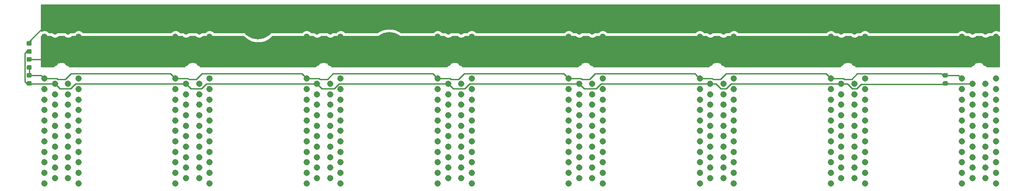
<source format=gbr>
G04 #@! TF.GenerationSoftware,KiCad,Pcbnew,5.1.5*
G04 #@! TF.CreationDate,2020-04-28T21:46:35+02:00*
G04 #@! TF.ProjectId,backplane,6261636b-706c-4616-9e65-2e6b69636164,rev?*
G04 #@! TF.SameCoordinates,Original*
G04 #@! TF.FileFunction,Copper,L1,Top*
G04 #@! TF.FilePolarity,Positive*
%FSLAX46Y46*%
G04 Gerber Fmt 4.6, Leading zero omitted, Abs format (unit mm)*
G04 Created by KiCad (PCBNEW 5.1.5) date 2020-04-28 21:46:35*
%MOMM*%
%LPD*%
G04 APERTURE LIST*
%ADD10C,0.800000*%
%ADD11C,6.400000*%
%ADD12C,1.208000*%
%ADD13R,1.208000X1.208000*%
%ADD14C,0.100000*%
%ADD15C,0.250000*%
%ADD16C,0.254000*%
G04 APERTURE END LIST*
D10*
X99197056Y-40802944D03*
X97500000Y-40100000D03*
X95802944Y-40802944D03*
X95100000Y-42500000D03*
X95802944Y-44197056D03*
X97500000Y-44900000D03*
X99197056Y-44197056D03*
X99900000Y-42500000D03*
D11*
X97500000Y-42500000D03*
X122500000Y-47500000D03*
D10*
X124900000Y-47500000D03*
X124197056Y-49197056D03*
X122500000Y-49900000D03*
X120802944Y-49197056D03*
X120100000Y-47500000D03*
X120802944Y-45802944D03*
X122500000Y-45100000D03*
X124197056Y-45802944D03*
D12*
X58750000Y-72200000D03*
X56750000Y-71200000D03*
X58750000Y-70200000D03*
X56750000Y-69200000D03*
X58750000Y-68200000D03*
X56750000Y-67200000D03*
X58750000Y-66200000D03*
X56750000Y-65200000D03*
X58750000Y-64200000D03*
X56750000Y-63200000D03*
X58750000Y-62200000D03*
X56750000Y-61200000D03*
X58750000Y-60200000D03*
X56750000Y-59200000D03*
X58750000Y-58200000D03*
X56750000Y-57200000D03*
X58750000Y-56200000D03*
X56750000Y-55200000D03*
X58750000Y-54200000D03*
X58750000Y-50200000D03*
X56750000Y-49200000D03*
X58750000Y-48200000D03*
X56750000Y-47200000D03*
X58750000Y-46200000D03*
X56750000Y-45200000D03*
X58750000Y-44200000D03*
X56750000Y-43200000D03*
X58750000Y-42200000D03*
X61250000Y-72200000D03*
X63250000Y-71200000D03*
X61250000Y-70200000D03*
X63250000Y-69200000D03*
X61250000Y-68200000D03*
X63250000Y-67200000D03*
X61250000Y-66200000D03*
X63250000Y-65200000D03*
X61250000Y-64200000D03*
X63250000Y-63200000D03*
X61250000Y-62200000D03*
X63250000Y-61200000D03*
X61250000Y-60200000D03*
X63250000Y-59200000D03*
X61250000Y-58200000D03*
X63250000Y-57200000D03*
X61250000Y-56200000D03*
X63250000Y-55200000D03*
X61250000Y-50200000D03*
X63250000Y-49200000D03*
X61250000Y-48200000D03*
X63250000Y-47200000D03*
X61250000Y-46200000D03*
X63250000Y-45200000D03*
X61250000Y-44200000D03*
X63250000Y-43200000D03*
X61250000Y-42200000D03*
X63250000Y-41200000D03*
X56750000Y-41200000D03*
X58750000Y-40200000D03*
D13*
X61250000Y-40200000D03*
D12*
X56750000Y-73200000D03*
X56750000Y-53200000D03*
X61250000Y-54200000D03*
X63250000Y-53200000D03*
X63250000Y-73200000D03*
X88250000Y-73200000D03*
X88250000Y-53200000D03*
X86250000Y-54200000D03*
X81750000Y-53200000D03*
X81750000Y-73200000D03*
D13*
X86250000Y-40200000D03*
D12*
X83750000Y-40200000D03*
X81750000Y-41200000D03*
X88250000Y-41200000D03*
X86250000Y-42200000D03*
X88250000Y-43200000D03*
X86250000Y-44200000D03*
X88250000Y-45200000D03*
X86250000Y-46200000D03*
X88250000Y-47200000D03*
X86250000Y-48200000D03*
X88250000Y-49200000D03*
X86250000Y-50200000D03*
X88250000Y-55200000D03*
X86250000Y-56200000D03*
X88250000Y-57200000D03*
X86250000Y-58200000D03*
X88250000Y-59200000D03*
X86250000Y-60200000D03*
X88250000Y-61200000D03*
X86250000Y-62200000D03*
X88250000Y-63200000D03*
X86250000Y-64200000D03*
X88250000Y-65200000D03*
X86250000Y-66200000D03*
X88250000Y-67200000D03*
X86250000Y-68200000D03*
X88250000Y-69200000D03*
X86250000Y-70200000D03*
X88250000Y-71200000D03*
X86250000Y-72200000D03*
X83750000Y-42200000D03*
X81750000Y-43200000D03*
X83750000Y-44200000D03*
X81750000Y-45200000D03*
X83750000Y-46200000D03*
X81750000Y-47200000D03*
X83750000Y-48200000D03*
X81750000Y-49200000D03*
X83750000Y-50200000D03*
X83750000Y-54200000D03*
X81750000Y-55200000D03*
X83750000Y-56200000D03*
X81750000Y-57200000D03*
X83750000Y-58200000D03*
X81750000Y-59200000D03*
X83750000Y-60200000D03*
X81750000Y-61200000D03*
X83750000Y-62200000D03*
X81750000Y-63200000D03*
X83750000Y-64200000D03*
X81750000Y-65200000D03*
X83750000Y-66200000D03*
X81750000Y-67200000D03*
X83750000Y-68200000D03*
X81750000Y-69200000D03*
X83750000Y-70200000D03*
X81750000Y-71200000D03*
X83750000Y-72200000D03*
X108750000Y-72200000D03*
X106750000Y-71200000D03*
X108750000Y-70200000D03*
X106750000Y-69200000D03*
X108750000Y-68200000D03*
X106750000Y-67200000D03*
X108750000Y-66200000D03*
X106750000Y-65200000D03*
X108750000Y-64200000D03*
X106750000Y-63200000D03*
X108750000Y-62200000D03*
X106750000Y-61200000D03*
X108750000Y-60200000D03*
X106750000Y-59200000D03*
X108750000Y-58200000D03*
X106750000Y-57200000D03*
X108750000Y-56200000D03*
X106750000Y-55200000D03*
X108750000Y-54200000D03*
X108750000Y-50200000D03*
X106750000Y-49200000D03*
X108750000Y-48200000D03*
X106750000Y-47200000D03*
X108750000Y-46200000D03*
X106750000Y-45200000D03*
X108750000Y-44200000D03*
X106750000Y-43200000D03*
X108750000Y-42200000D03*
X111250000Y-72200000D03*
X113250000Y-71200000D03*
X111250000Y-70200000D03*
X113250000Y-69200000D03*
X111250000Y-68200000D03*
X113250000Y-67200000D03*
X111250000Y-66200000D03*
X113250000Y-65200000D03*
X111250000Y-64200000D03*
X113250000Y-63200000D03*
X111250000Y-62200000D03*
X113250000Y-61200000D03*
X111250000Y-60200000D03*
X113250000Y-59200000D03*
X111250000Y-58200000D03*
X113250000Y-57200000D03*
X111250000Y-56200000D03*
X113250000Y-55200000D03*
X111250000Y-50200000D03*
X113250000Y-49200000D03*
X111250000Y-48200000D03*
X113250000Y-47200000D03*
X111250000Y-46200000D03*
X113250000Y-45200000D03*
X111250000Y-44200000D03*
X113250000Y-43200000D03*
X111250000Y-42200000D03*
X113250000Y-41200000D03*
X106750000Y-41200000D03*
X108750000Y-40200000D03*
D13*
X111250000Y-40200000D03*
D12*
X106750000Y-73200000D03*
X106750000Y-53200000D03*
X111250000Y-54200000D03*
X113250000Y-53200000D03*
X113250000Y-73200000D03*
X138250000Y-73200000D03*
X138250000Y-53200000D03*
X136250000Y-54200000D03*
X131750000Y-53200000D03*
X131750000Y-73200000D03*
D13*
X136250000Y-40200000D03*
D12*
X133750000Y-40200000D03*
X131750000Y-41200000D03*
X138250000Y-41200000D03*
X136250000Y-42200000D03*
X138250000Y-43200000D03*
X136250000Y-44200000D03*
X138250000Y-45200000D03*
X136250000Y-46200000D03*
X138250000Y-47200000D03*
X136250000Y-48200000D03*
X138250000Y-49200000D03*
X136250000Y-50200000D03*
X138250000Y-55200000D03*
X136250000Y-56200000D03*
X138250000Y-57200000D03*
X136250000Y-58200000D03*
X138250000Y-59200000D03*
X136250000Y-60200000D03*
X138250000Y-61200000D03*
X136250000Y-62200000D03*
X138250000Y-63200000D03*
X136250000Y-64200000D03*
X138250000Y-65200000D03*
X136250000Y-66200000D03*
X138250000Y-67200000D03*
X136250000Y-68200000D03*
X138250000Y-69200000D03*
X136250000Y-70200000D03*
X138250000Y-71200000D03*
X136250000Y-72200000D03*
X133750000Y-42200000D03*
X131750000Y-43200000D03*
X133750000Y-44200000D03*
X131750000Y-45200000D03*
X133750000Y-46200000D03*
X131750000Y-47200000D03*
X133750000Y-48200000D03*
X131750000Y-49200000D03*
X133750000Y-50200000D03*
X133750000Y-54200000D03*
X131750000Y-55200000D03*
X133750000Y-56200000D03*
X131750000Y-57200000D03*
X133750000Y-58200000D03*
X131750000Y-59200000D03*
X133750000Y-60200000D03*
X131750000Y-61200000D03*
X133750000Y-62200000D03*
X131750000Y-63200000D03*
X133750000Y-64200000D03*
X131750000Y-65200000D03*
X133750000Y-66200000D03*
X131750000Y-67200000D03*
X133750000Y-68200000D03*
X131750000Y-69200000D03*
X133750000Y-70200000D03*
X131750000Y-71200000D03*
X133750000Y-72200000D03*
X158750000Y-72200000D03*
X156750000Y-71200000D03*
X158750000Y-70200000D03*
X156750000Y-69200000D03*
X158750000Y-68200000D03*
X156750000Y-67200000D03*
X158750000Y-66200000D03*
X156750000Y-65200000D03*
X158750000Y-64200000D03*
X156750000Y-63200000D03*
X158750000Y-62200000D03*
X156750000Y-61200000D03*
X158750000Y-60200000D03*
X156750000Y-59200000D03*
X158750000Y-58200000D03*
X156750000Y-57200000D03*
X158750000Y-56200000D03*
X156750000Y-55200000D03*
X158750000Y-54200000D03*
X158750000Y-50200000D03*
X156750000Y-49200000D03*
X158750000Y-48200000D03*
X156750000Y-47200000D03*
X158750000Y-46200000D03*
X156750000Y-45200000D03*
X158750000Y-44200000D03*
X156750000Y-43200000D03*
X158750000Y-42200000D03*
X161250000Y-72200000D03*
X163250000Y-71200000D03*
X161250000Y-70200000D03*
X163250000Y-69200000D03*
X161250000Y-68200000D03*
X163250000Y-67200000D03*
X161250000Y-66200000D03*
X163250000Y-65200000D03*
X161250000Y-64200000D03*
X163250000Y-63200000D03*
X161250000Y-62200000D03*
X163250000Y-61200000D03*
X161250000Y-60200000D03*
X163250000Y-59200000D03*
X161250000Y-58200000D03*
X163250000Y-57200000D03*
X161250000Y-56200000D03*
X163250000Y-55200000D03*
X161250000Y-50200000D03*
X163250000Y-49200000D03*
X161250000Y-48200000D03*
X163250000Y-47200000D03*
X161250000Y-46200000D03*
X163250000Y-45200000D03*
X161250000Y-44200000D03*
X163250000Y-43200000D03*
X161250000Y-42200000D03*
X163250000Y-41200000D03*
X156750000Y-41200000D03*
X158750000Y-40200000D03*
D13*
X161250000Y-40200000D03*
D12*
X156750000Y-73200000D03*
X156750000Y-53200000D03*
X161250000Y-54200000D03*
X163250000Y-53200000D03*
X163250000Y-73200000D03*
X188250000Y-73200000D03*
X188250000Y-53200000D03*
X186250000Y-54200000D03*
X181750000Y-53200000D03*
X181750000Y-73200000D03*
D13*
X186250000Y-40200000D03*
D12*
X183750000Y-40200000D03*
X181750000Y-41200000D03*
X188250000Y-41200000D03*
X186250000Y-42200000D03*
X188250000Y-43200000D03*
X186250000Y-44200000D03*
X188250000Y-45200000D03*
X186250000Y-46200000D03*
X188250000Y-47200000D03*
X186250000Y-48200000D03*
X188250000Y-49200000D03*
X186250000Y-50200000D03*
X188250000Y-55200000D03*
X186250000Y-56200000D03*
X188250000Y-57200000D03*
X186250000Y-58200000D03*
X188250000Y-59200000D03*
X186250000Y-60200000D03*
X188250000Y-61200000D03*
X186250000Y-62200000D03*
X188250000Y-63200000D03*
X186250000Y-64200000D03*
X188250000Y-65200000D03*
X186250000Y-66200000D03*
X188250000Y-67200000D03*
X186250000Y-68200000D03*
X188250000Y-69200000D03*
X186250000Y-70200000D03*
X188250000Y-71200000D03*
X186250000Y-72200000D03*
X183750000Y-42200000D03*
X181750000Y-43200000D03*
X183750000Y-44200000D03*
X181750000Y-45200000D03*
X183750000Y-46200000D03*
X181750000Y-47200000D03*
X183750000Y-48200000D03*
X181750000Y-49200000D03*
X183750000Y-50200000D03*
X183750000Y-54200000D03*
X181750000Y-55200000D03*
X183750000Y-56200000D03*
X181750000Y-57200000D03*
X183750000Y-58200000D03*
X181750000Y-59200000D03*
X183750000Y-60200000D03*
X181750000Y-61200000D03*
X183750000Y-62200000D03*
X181750000Y-63200000D03*
X183750000Y-64200000D03*
X181750000Y-65200000D03*
X183750000Y-66200000D03*
X181750000Y-67200000D03*
X183750000Y-68200000D03*
X181750000Y-69200000D03*
X183750000Y-70200000D03*
X181750000Y-71200000D03*
X183750000Y-72200000D03*
X208750000Y-72200000D03*
X206750000Y-71200000D03*
X208750000Y-70200000D03*
X206750000Y-69200000D03*
X208750000Y-68200000D03*
X206750000Y-67200000D03*
X208750000Y-66200000D03*
X206750000Y-65200000D03*
X208750000Y-64200000D03*
X206750000Y-63200000D03*
X208750000Y-62200000D03*
X206750000Y-61200000D03*
X208750000Y-60200000D03*
X206750000Y-59200000D03*
X208750000Y-58200000D03*
X206750000Y-57200000D03*
X208750000Y-56200000D03*
X206750000Y-55200000D03*
X208750000Y-54200000D03*
X208750000Y-50200000D03*
X206750000Y-49200000D03*
X208750000Y-48200000D03*
X206750000Y-47200000D03*
X208750000Y-46200000D03*
X206750000Y-45200000D03*
X208750000Y-44200000D03*
X206750000Y-43200000D03*
X208750000Y-42200000D03*
X211250000Y-72200000D03*
X213250000Y-71200000D03*
X211250000Y-70200000D03*
X213250000Y-69200000D03*
X211250000Y-68200000D03*
X213250000Y-67200000D03*
X211250000Y-66200000D03*
X213250000Y-65200000D03*
X211250000Y-64200000D03*
X213250000Y-63200000D03*
X211250000Y-62200000D03*
X213250000Y-61200000D03*
X211250000Y-60200000D03*
X213250000Y-59200000D03*
X211250000Y-58200000D03*
X213250000Y-57200000D03*
X211250000Y-56200000D03*
X213250000Y-55200000D03*
X211250000Y-50200000D03*
X213250000Y-49200000D03*
X211250000Y-48200000D03*
X213250000Y-47200000D03*
X211250000Y-46200000D03*
X213250000Y-45200000D03*
X211250000Y-44200000D03*
X213250000Y-43200000D03*
X211250000Y-42200000D03*
X213250000Y-41200000D03*
X206750000Y-41200000D03*
X208750000Y-40200000D03*
D13*
X211250000Y-40200000D03*
D12*
X206750000Y-73200000D03*
X206750000Y-53200000D03*
X211250000Y-54200000D03*
X213250000Y-53200000D03*
X213250000Y-73200000D03*
X238250000Y-73200000D03*
X238250000Y-53200000D03*
X236250000Y-54200000D03*
X231750000Y-53200000D03*
X231750000Y-73200000D03*
D13*
X236250000Y-40200000D03*
D12*
X233750000Y-40200000D03*
X231750000Y-41200000D03*
X238250000Y-41200000D03*
X236250000Y-42200000D03*
X238250000Y-43200000D03*
X236250000Y-44200000D03*
X238250000Y-45200000D03*
X236250000Y-46200000D03*
X238250000Y-47200000D03*
X236250000Y-48200000D03*
X238250000Y-49200000D03*
X236250000Y-50200000D03*
X238250000Y-55200000D03*
X236250000Y-56200000D03*
X238250000Y-57200000D03*
X236250000Y-58200000D03*
X238250000Y-59200000D03*
X236250000Y-60200000D03*
X238250000Y-61200000D03*
X236250000Y-62200000D03*
X238250000Y-63200000D03*
X236250000Y-64200000D03*
X238250000Y-65200000D03*
X236250000Y-66200000D03*
X238250000Y-67200000D03*
X236250000Y-68200000D03*
X238250000Y-69200000D03*
X236250000Y-70200000D03*
X238250000Y-71200000D03*
X236250000Y-72200000D03*
X233750000Y-42200000D03*
X231750000Y-43200000D03*
X233750000Y-44200000D03*
X231750000Y-45200000D03*
X233750000Y-46200000D03*
X231750000Y-47200000D03*
X233750000Y-48200000D03*
X231750000Y-49200000D03*
X233750000Y-50200000D03*
X233750000Y-54200000D03*
X231750000Y-55200000D03*
X233750000Y-56200000D03*
X231750000Y-57200000D03*
X233750000Y-58200000D03*
X231750000Y-59200000D03*
X233750000Y-60200000D03*
X231750000Y-61200000D03*
X233750000Y-62200000D03*
X231750000Y-63200000D03*
X233750000Y-64200000D03*
X231750000Y-65200000D03*
X233750000Y-66200000D03*
X231750000Y-67200000D03*
X233750000Y-68200000D03*
X231750000Y-69200000D03*
X233750000Y-70200000D03*
X231750000Y-71200000D03*
X233750000Y-72200000D03*
G04 #@! TA.AperFunction,SMDPad,CuDef*
D14*
G36*
X54125691Y-46020053D02*
G01*
X54146926Y-46023203D01*
X54167750Y-46028419D01*
X54187962Y-46035651D01*
X54207368Y-46044830D01*
X54225781Y-46055866D01*
X54243024Y-46068654D01*
X54258930Y-46083070D01*
X54273346Y-46098976D01*
X54286134Y-46116219D01*
X54297170Y-46134632D01*
X54306349Y-46154038D01*
X54313581Y-46174250D01*
X54318797Y-46195074D01*
X54321947Y-46216309D01*
X54323000Y-46237750D01*
X54323000Y-46675250D01*
X54321947Y-46696691D01*
X54318797Y-46717926D01*
X54313581Y-46738750D01*
X54306349Y-46758962D01*
X54297170Y-46778368D01*
X54286134Y-46796781D01*
X54273346Y-46814024D01*
X54258930Y-46829930D01*
X54243024Y-46844346D01*
X54225781Y-46857134D01*
X54207368Y-46868170D01*
X54187962Y-46877349D01*
X54167750Y-46884581D01*
X54146926Y-46889797D01*
X54125691Y-46892947D01*
X54104250Y-46894000D01*
X53591750Y-46894000D01*
X53570309Y-46892947D01*
X53549074Y-46889797D01*
X53528250Y-46884581D01*
X53508038Y-46877349D01*
X53488632Y-46868170D01*
X53470219Y-46857134D01*
X53452976Y-46844346D01*
X53437070Y-46829930D01*
X53422654Y-46814024D01*
X53409866Y-46796781D01*
X53398830Y-46778368D01*
X53389651Y-46758962D01*
X53382419Y-46738750D01*
X53377203Y-46717926D01*
X53374053Y-46696691D01*
X53373000Y-46675250D01*
X53373000Y-46237750D01*
X53374053Y-46216309D01*
X53377203Y-46195074D01*
X53382419Y-46174250D01*
X53389651Y-46154038D01*
X53398830Y-46134632D01*
X53409866Y-46116219D01*
X53422654Y-46098976D01*
X53437070Y-46083070D01*
X53452976Y-46068654D01*
X53470219Y-46055866D01*
X53488632Y-46044830D01*
X53508038Y-46035651D01*
X53528250Y-46028419D01*
X53549074Y-46023203D01*
X53570309Y-46020053D01*
X53591750Y-46019000D01*
X54104250Y-46019000D01*
X54125691Y-46020053D01*
G37*
G04 #@! TD.AperFunction*
G04 #@! TA.AperFunction,SMDPad,CuDef*
G36*
X54125691Y-47595053D02*
G01*
X54146926Y-47598203D01*
X54167750Y-47603419D01*
X54187962Y-47610651D01*
X54207368Y-47619830D01*
X54225781Y-47630866D01*
X54243024Y-47643654D01*
X54258930Y-47658070D01*
X54273346Y-47673976D01*
X54286134Y-47691219D01*
X54297170Y-47709632D01*
X54306349Y-47729038D01*
X54313581Y-47749250D01*
X54318797Y-47770074D01*
X54321947Y-47791309D01*
X54323000Y-47812750D01*
X54323000Y-48250250D01*
X54321947Y-48271691D01*
X54318797Y-48292926D01*
X54313581Y-48313750D01*
X54306349Y-48333962D01*
X54297170Y-48353368D01*
X54286134Y-48371781D01*
X54273346Y-48389024D01*
X54258930Y-48404930D01*
X54243024Y-48419346D01*
X54225781Y-48432134D01*
X54207368Y-48443170D01*
X54187962Y-48452349D01*
X54167750Y-48459581D01*
X54146926Y-48464797D01*
X54125691Y-48467947D01*
X54104250Y-48469000D01*
X53591750Y-48469000D01*
X53570309Y-48467947D01*
X53549074Y-48464797D01*
X53528250Y-48459581D01*
X53508038Y-48452349D01*
X53488632Y-48443170D01*
X53470219Y-48432134D01*
X53452976Y-48419346D01*
X53437070Y-48404930D01*
X53422654Y-48389024D01*
X53409866Y-48371781D01*
X53398830Y-48353368D01*
X53389651Y-48333962D01*
X53382419Y-48313750D01*
X53377203Y-48292926D01*
X53374053Y-48271691D01*
X53373000Y-48250250D01*
X53373000Y-47812750D01*
X53374053Y-47791309D01*
X53377203Y-47770074D01*
X53382419Y-47749250D01*
X53389651Y-47729038D01*
X53398830Y-47709632D01*
X53409866Y-47691219D01*
X53422654Y-47673976D01*
X53437070Y-47658070D01*
X53452976Y-47643654D01*
X53470219Y-47630866D01*
X53488632Y-47619830D01*
X53508038Y-47610651D01*
X53528250Y-47603419D01*
X53549074Y-47598203D01*
X53570309Y-47595053D01*
X53591750Y-47594000D01*
X54104250Y-47594000D01*
X54125691Y-47595053D01*
G37*
G04 #@! TD.AperFunction*
G04 #@! TA.AperFunction,SMDPad,CuDef*
G36*
X54125691Y-52116053D02*
G01*
X54146926Y-52119203D01*
X54167750Y-52124419D01*
X54187962Y-52131651D01*
X54207368Y-52140830D01*
X54225781Y-52151866D01*
X54243024Y-52164654D01*
X54258930Y-52179070D01*
X54273346Y-52194976D01*
X54286134Y-52212219D01*
X54297170Y-52230632D01*
X54306349Y-52250038D01*
X54313581Y-52270250D01*
X54318797Y-52291074D01*
X54321947Y-52312309D01*
X54323000Y-52333750D01*
X54323000Y-52771250D01*
X54321947Y-52792691D01*
X54318797Y-52813926D01*
X54313581Y-52834750D01*
X54306349Y-52854962D01*
X54297170Y-52874368D01*
X54286134Y-52892781D01*
X54273346Y-52910024D01*
X54258930Y-52925930D01*
X54243024Y-52940346D01*
X54225781Y-52953134D01*
X54207368Y-52964170D01*
X54187962Y-52973349D01*
X54167750Y-52980581D01*
X54146926Y-52985797D01*
X54125691Y-52988947D01*
X54104250Y-52990000D01*
X53591750Y-52990000D01*
X53570309Y-52988947D01*
X53549074Y-52985797D01*
X53528250Y-52980581D01*
X53508038Y-52973349D01*
X53488632Y-52964170D01*
X53470219Y-52953134D01*
X53452976Y-52940346D01*
X53437070Y-52925930D01*
X53422654Y-52910024D01*
X53409866Y-52892781D01*
X53398830Y-52874368D01*
X53389651Y-52854962D01*
X53382419Y-52834750D01*
X53377203Y-52813926D01*
X53374053Y-52792691D01*
X53373000Y-52771250D01*
X53373000Y-52333750D01*
X53374053Y-52312309D01*
X53377203Y-52291074D01*
X53382419Y-52270250D01*
X53389651Y-52250038D01*
X53398830Y-52230632D01*
X53409866Y-52212219D01*
X53422654Y-52194976D01*
X53437070Y-52179070D01*
X53452976Y-52164654D01*
X53470219Y-52151866D01*
X53488632Y-52140830D01*
X53508038Y-52131651D01*
X53528250Y-52124419D01*
X53549074Y-52119203D01*
X53570309Y-52116053D01*
X53591750Y-52115000D01*
X54104250Y-52115000D01*
X54125691Y-52116053D01*
G37*
G04 #@! TD.AperFunction*
G04 #@! TA.AperFunction,SMDPad,CuDef*
G36*
X54125691Y-53691053D02*
G01*
X54146926Y-53694203D01*
X54167750Y-53699419D01*
X54187962Y-53706651D01*
X54207368Y-53715830D01*
X54225781Y-53726866D01*
X54243024Y-53739654D01*
X54258930Y-53754070D01*
X54273346Y-53769976D01*
X54286134Y-53787219D01*
X54297170Y-53805632D01*
X54306349Y-53825038D01*
X54313581Y-53845250D01*
X54318797Y-53866074D01*
X54321947Y-53887309D01*
X54323000Y-53908750D01*
X54323000Y-54346250D01*
X54321947Y-54367691D01*
X54318797Y-54388926D01*
X54313581Y-54409750D01*
X54306349Y-54429962D01*
X54297170Y-54449368D01*
X54286134Y-54467781D01*
X54273346Y-54485024D01*
X54258930Y-54500930D01*
X54243024Y-54515346D01*
X54225781Y-54528134D01*
X54207368Y-54539170D01*
X54187962Y-54548349D01*
X54167750Y-54555581D01*
X54146926Y-54560797D01*
X54125691Y-54563947D01*
X54104250Y-54565000D01*
X53591750Y-54565000D01*
X53570309Y-54563947D01*
X53549074Y-54560797D01*
X53528250Y-54555581D01*
X53508038Y-54548349D01*
X53488632Y-54539170D01*
X53470219Y-54528134D01*
X53452976Y-54515346D01*
X53437070Y-54500930D01*
X53422654Y-54485024D01*
X53409866Y-54467781D01*
X53398830Y-54449368D01*
X53389651Y-54429962D01*
X53382419Y-54409750D01*
X53377203Y-54388926D01*
X53374053Y-54367691D01*
X53373000Y-54346250D01*
X53373000Y-53908750D01*
X53374053Y-53887309D01*
X53377203Y-53866074D01*
X53382419Y-53845250D01*
X53389651Y-53825038D01*
X53398830Y-53805632D01*
X53409866Y-53787219D01*
X53422654Y-53769976D01*
X53437070Y-53754070D01*
X53452976Y-53739654D01*
X53470219Y-53726866D01*
X53488632Y-53715830D01*
X53508038Y-53706651D01*
X53528250Y-53699419D01*
X53549074Y-53694203D01*
X53570309Y-53691053D01*
X53591750Y-53690000D01*
X54104250Y-53690000D01*
X54125691Y-53691053D01*
G37*
G04 #@! TD.AperFunction*
G04 #@! TA.AperFunction,SMDPad,CuDef*
G36*
X54125691Y-50643053D02*
G01*
X54146926Y-50646203D01*
X54167750Y-50651419D01*
X54187962Y-50658651D01*
X54207368Y-50667830D01*
X54225781Y-50678866D01*
X54243024Y-50691654D01*
X54258930Y-50706070D01*
X54273346Y-50721976D01*
X54286134Y-50739219D01*
X54297170Y-50757632D01*
X54306349Y-50777038D01*
X54313581Y-50797250D01*
X54318797Y-50818074D01*
X54321947Y-50839309D01*
X54323000Y-50860750D01*
X54323000Y-51298250D01*
X54321947Y-51319691D01*
X54318797Y-51340926D01*
X54313581Y-51361750D01*
X54306349Y-51381962D01*
X54297170Y-51401368D01*
X54286134Y-51419781D01*
X54273346Y-51437024D01*
X54258930Y-51452930D01*
X54243024Y-51467346D01*
X54225781Y-51480134D01*
X54207368Y-51491170D01*
X54187962Y-51500349D01*
X54167750Y-51507581D01*
X54146926Y-51512797D01*
X54125691Y-51515947D01*
X54104250Y-51517000D01*
X53591750Y-51517000D01*
X53570309Y-51515947D01*
X53549074Y-51512797D01*
X53528250Y-51507581D01*
X53508038Y-51500349D01*
X53488632Y-51491170D01*
X53470219Y-51480134D01*
X53452976Y-51467346D01*
X53437070Y-51452930D01*
X53422654Y-51437024D01*
X53409866Y-51419781D01*
X53398830Y-51401368D01*
X53389651Y-51381962D01*
X53382419Y-51361750D01*
X53377203Y-51340926D01*
X53374053Y-51319691D01*
X53373000Y-51298250D01*
X53373000Y-50860750D01*
X53374053Y-50839309D01*
X53377203Y-50818074D01*
X53382419Y-50797250D01*
X53389651Y-50777038D01*
X53398830Y-50757632D01*
X53409866Y-50739219D01*
X53422654Y-50721976D01*
X53437070Y-50706070D01*
X53452976Y-50691654D01*
X53470219Y-50678866D01*
X53488632Y-50667830D01*
X53508038Y-50658651D01*
X53528250Y-50651419D01*
X53549074Y-50646203D01*
X53570309Y-50643053D01*
X53591750Y-50642000D01*
X54104250Y-50642000D01*
X54125691Y-50643053D01*
G37*
G04 #@! TD.AperFunction*
G04 #@! TA.AperFunction,SMDPad,CuDef*
G36*
X54125691Y-49068053D02*
G01*
X54146926Y-49071203D01*
X54167750Y-49076419D01*
X54187962Y-49083651D01*
X54207368Y-49092830D01*
X54225781Y-49103866D01*
X54243024Y-49116654D01*
X54258930Y-49131070D01*
X54273346Y-49146976D01*
X54286134Y-49164219D01*
X54297170Y-49182632D01*
X54306349Y-49202038D01*
X54313581Y-49222250D01*
X54318797Y-49243074D01*
X54321947Y-49264309D01*
X54323000Y-49285750D01*
X54323000Y-49723250D01*
X54321947Y-49744691D01*
X54318797Y-49765926D01*
X54313581Y-49786750D01*
X54306349Y-49806962D01*
X54297170Y-49826368D01*
X54286134Y-49844781D01*
X54273346Y-49862024D01*
X54258930Y-49877930D01*
X54243024Y-49892346D01*
X54225781Y-49905134D01*
X54207368Y-49916170D01*
X54187962Y-49925349D01*
X54167750Y-49932581D01*
X54146926Y-49937797D01*
X54125691Y-49940947D01*
X54104250Y-49942000D01*
X53591750Y-49942000D01*
X53570309Y-49940947D01*
X53549074Y-49937797D01*
X53528250Y-49932581D01*
X53508038Y-49925349D01*
X53488632Y-49916170D01*
X53470219Y-49905134D01*
X53452976Y-49892346D01*
X53437070Y-49877930D01*
X53422654Y-49862024D01*
X53409866Y-49844781D01*
X53398830Y-49826368D01*
X53389651Y-49806962D01*
X53382419Y-49786750D01*
X53377203Y-49765926D01*
X53374053Y-49744691D01*
X53373000Y-49723250D01*
X53373000Y-49285750D01*
X53374053Y-49264309D01*
X53377203Y-49243074D01*
X53382419Y-49222250D01*
X53389651Y-49202038D01*
X53398830Y-49182632D01*
X53409866Y-49164219D01*
X53422654Y-49146976D01*
X53437070Y-49131070D01*
X53452976Y-49116654D01*
X53470219Y-49103866D01*
X53488632Y-49092830D01*
X53508038Y-49083651D01*
X53528250Y-49076419D01*
X53549074Y-49071203D01*
X53570309Y-49068053D01*
X53591750Y-49067000D01*
X54104250Y-49067000D01*
X54125691Y-49068053D01*
G37*
G04 #@! TD.AperFunction*
G04 #@! TA.AperFunction,SMDPad,CuDef*
G36*
X228877691Y-53691053D02*
G01*
X228898926Y-53694203D01*
X228919750Y-53699419D01*
X228939962Y-53706651D01*
X228959368Y-53715830D01*
X228977781Y-53726866D01*
X228995024Y-53739654D01*
X229010930Y-53754070D01*
X229025346Y-53769976D01*
X229038134Y-53787219D01*
X229049170Y-53805632D01*
X229058349Y-53825038D01*
X229065581Y-53845250D01*
X229070797Y-53866074D01*
X229073947Y-53887309D01*
X229075000Y-53908750D01*
X229075000Y-54346250D01*
X229073947Y-54367691D01*
X229070797Y-54388926D01*
X229065581Y-54409750D01*
X229058349Y-54429962D01*
X229049170Y-54449368D01*
X229038134Y-54467781D01*
X229025346Y-54485024D01*
X229010930Y-54500930D01*
X228995024Y-54515346D01*
X228977781Y-54528134D01*
X228959368Y-54539170D01*
X228939962Y-54548349D01*
X228919750Y-54555581D01*
X228898926Y-54560797D01*
X228877691Y-54563947D01*
X228856250Y-54565000D01*
X228343750Y-54565000D01*
X228322309Y-54563947D01*
X228301074Y-54560797D01*
X228280250Y-54555581D01*
X228260038Y-54548349D01*
X228240632Y-54539170D01*
X228222219Y-54528134D01*
X228204976Y-54515346D01*
X228189070Y-54500930D01*
X228174654Y-54485024D01*
X228161866Y-54467781D01*
X228150830Y-54449368D01*
X228141651Y-54429962D01*
X228134419Y-54409750D01*
X228129203Y-54388926D01*
X228126053Y-54367691D01*
X228125000Y-54346250D01*
X228125000Y-53908750D01*
X228126053Y-53887309D01*
X228129203Y-53866074D01*
X228134419Y-53845250D01*
X228141651Y-53825038D01*
X228150830Y-53805632D01*
X228161866Y-53787219D01*
X228174654Y-53769976D01*
X228189070Y-53754070D01*
X228204976Y-53739654D01*
X228222219Y-53726866D01*
X228240632Y-53715830D01*
X228260038Y-53706651D01*
X228280250Y-53699419D01*
X228301074Y-53694203D01*
X228322309Y-53691053D01*
X228343750Y-53690000D01*
X228856250Y-53690000D01*
X228877691Y-53691053D01*
G37*
G04 #@! TD.AperFunction*
G04 #@! TA.AperFunction,SMDPad,CuDef*
G36*
X228877691Y-52116053D02*
G01*
X228898926Y-52119203D01*
X228919750Y-52124419D01*
X228939962Y-52131651D01*
X228959368Y-52140830D01*
X228977781Y-52151866D01*
X228995024Y-52164654D01*
X229010930Y-52179070D01*
X229025346Y-52194976D01*
X229038134Y-52212219D01*
X229049170Y-52230632D01*
X229058349Y-52250038D01*
X229065581Y-52270250D01*
X229070797Y-52291074D01*
X229073947Y-52312309D01*
X229075000Y-52333750D01*
X229075000Y-52771250D01*
X229073947Y-52792691D01*
X229070797Y-52813926D01*
X229065581Y-52834750D01*
X229058349Y-52854962D01*
X229049170Y-52874368D01*
X229038134Y-52892781D01*
X229025346Y-52910024D01*
X229010930Y-52925930D01*
X228995024Y-52940346D01*
X228977781Y-52953134D01*
X228959368Y-52964170D01*
X228939962Y-52973349D01*
X228919750Y-52980581D01*
X228898926Y-52985797D01*
X228877691Y-52988947D01*
X228856250Y-52990000D01*
X228343750Y-52990000D01*
X228322309Y-52988947D01*
X228301074Y-52985797D01*
X228280250Y-52980581D01*
X228260038Y-52973349D01*
X228240632Y-52964170D01*
X228222219Y-52953134D01*
X228204976Y-52940346D01*
X228189070Y-52925930D01*
X228174654Y-52910024D01*
X228161866Y-52892781D01*
X228150830Y-52874368D01*
X228141651Y-52854962D01*
X228134419Y-52834750D01*
X228129203Y-52813926D01*
X228126053Y-52792691D01*
X228125000Y-52771250D01*
X228125000Y-52333750D01*
X228126053Y-52312309D01*
X228129203Y-52291074D01*
X228134419Y-52270250D01*
X228141651Y-52250038D01*
X228150830Y-52230632D01*
X228161866Y-52212219D01*
X228174654Y-52194976D01*
X228189070Y-52179070D01*
X228204976Y-52164654D01*
X228222219Y-52151866D01*
X228240632Y-52140830D01*
X228260038Y-52131651D01*
X228280250Y-52124419D01*
X228301074Y-52119203D01*
X228322309Y-52116053D01*
X228343750Y-52115000D01*
X228856250Y-52115000D01*
X228877691Y-52116053D01*
G37*
G04 #@! TD.AperFunction*
D15*
X53848000Y-46102000D02*
X53848000Y-46456500D01*
X56750000Y-43200000D02*
X53848000Y-46102000D01*
X56445500Y-49504500D02*
X56750000Y-49200000D01*
X53848000Y-49504500D02*
X56445500Y-49504500D01*
X82895816Y-54200000D02*
X83750000Y-54200000D01*
X62640000Y-54200000D02*
X82895816Y-54200000D01*
X59679001Y-55129001D02*
X61710999Y-55129001D01*
X61710999Y-55129001D02*
X62640000Y-54200000D01*
X58750000Y-54200000D02*
X59679001Y-55129001D01*
X107895816Y-54200000D02*
X108750000Y-54200000D01*
X86695921Y-55129001D02*
X87624922Y-54200000D01*
X84679001Y-55129001D02*
X86695921Y-55129001D01*
X87624922Y-54200000D02*
X107895816Y-54200000D01*
X83750000Y-54200000D02*
X84679001Y-55129001D01*
X112932000Y-54200000D02*
X132895816Y-54200000D01*
X109679001Y-55129001D02*
X112002999Y-55129001D01*
X132895816Y-54200000D02*
X133750000Y-54200000D01*
X112002999Y-55129001D02*
X112932000Y-54200000D01*
X108750000Y-54200000D02*
X109679001Y-55129001D01*
X157895816Y-54200000D02*
X158750000Y-54200000D01*
X137875078Y-54200000D02*
X157895816Y-54200000D01*
X136946077Y-55129001D02*
X137875078Y-54200000D01*
X134679001Y-55129001D02*
X136946077Y-55129001D01*
X133750000Y-54200000D02*
X134679001Y-55129001D01*
X162875078Y-54200000D02*
X182895816Y-54200000D01*
X182895816Y-54200000D02*
X183750000Y-54200000D01*
X159679001Y-55129001D02*
X161946077Y-55129001D01*
X161946077Y-55129001D02*
X162875078Y-54200000D01*
X158750000Y-54200000D02*
X159679001Y-55129001D01*
X207895816Y-54200000D02*
X208750000Y-54200000D01*
X187735000Y-54200000D02*
X207895816Y-54200000D01*
X186805999Y-55129001D02*
X187735000Y-54200000D01*
X185804079Y-55129001D02*
X186805999Y-55129001D01*
X184875078Y-54200000D02*
X185804079Y-55129001D01*
X183750000Y-54200000D02*
X184875078Y-54200000D01*
X211695921Y-55129001D02*
X212553923Y-54270999D01*
X210804079Y-55129001D02*
X211695921Y-55129001D01*
X227981501Y-54270999D02*
X228125000Y-54127500D01*
X212553923Y-54270999D02*
X227981501Y-54270999D01*
X209875078Y-54200000D02*
X210804079Y-55129001D01*
X228125000Y-54127500D02*
X228600000Y-54127500D01*
X208750000Y-54200000D02*
X209875078Y-54200000D01*
X232895816Y-54200000D02*
X233750000Y-54200000D01*
X229147500Y-54200000D02*
X232895816Y-54200000D01*
X229075000Y-54127500D02*
X229147500Y-54200000D01*
X228600000Y-54127500D02*
X229075000Y-54127500D01*
X53920500Y-54200000D02*
X53848000Y-54127500D01*
X58750000Y-54200000D02*
X53920500Y-54200000D01*
X53047990Y-53802490D02*
X53373000Y-54127500D01*
X53047990Y-48356510D02*
X53047990Y-53802490D01*
X53373000Y-54127500D02*
X53848000Y-54127500D01*
X53373000Y-48031500D02*
X53047990Y-48356510D01*
X53848000Y-48031500D02*
X53373000Y-48031500D01*
X81146001Y-52596001D02*
X81750000Y-53200000D01*
X80820999Y-52270999D02*
X81146001Y-52596001D01*
X60725077Y-53350001D02*
X61804079Y-52270999D01*
X59279999Y-53350001D02*
X60725077Y-53350001D01*
X59129998Y-53200000D02*
X59279999Y-53350001D01*
X61804079Y-52270999D02*
X80820999Y-52270999D01*
X56750000Y-53200000D02*
X59129998Y-53200000D01*
X106146001Y-52596001D02*
X106750000Y-53200000D01*
X105820999Y-52270999D02*
X106146001Y-52596001D01*
X85725077Y-53350001D02*
X86804079Y-52270999D01*
X86804079Y-52270999D02*
X105820999Y-52270999D01*
X84129998Y-53200000D02*
X84279999Y-53350001D01*
X84279999Y-53350001D02*
X85725077Y-53350001D01*
X81750000Y-53200000D02*
X84129998Y-53200000D01*
X131146001Y-52596001D02*
X131750000Y-53200000D01*
X111804079Y-52270999D02*
X130820999Y-52270999D01*
X109279999Y-53350001D02*
X110725077Y-53350001D01*
X130820999Y-52270999D02*
X131146001Y-52596001D01*
X109129998Y-53200000D02*
X109279999Y-53350001D01*
X110725077Y-53350001D02*
X111804079Y-52270999D01*
X106750000Y-53200000D02*
X109129998Y-53200000D01*
X155820999Y-52270999D02*
X156146001Y-52596001D01*
X136799003Y-52270999D02*
X155820999Y-52270999D01*
X135720001Y-53350001D02*
X136799003Y-52270999D01*
X134279999Y-53350001D02*
X135720001Y-53350001D01*
X134129998Y-53200000D02*
X134279999Y-53350001D01*
X156146001Y-52596001D02*
X156750000Y-53200000D01*
X131750000Y-53200000D02*
X134129998Y-53200000D01*
X180820999Y-52270999D02*
X181146001Y-52596001D01*
X161804079Y-52270999D02*
X180820999Y-52270999D01*
X160725077Y-53350001D02*
X161804079Y-52270999D01*
X181146001Y-52596001D02*
X181750000Y-53200000D01*
X159279999Y-53350001D02*
X160725077Y-53350001D01*
X159129998Y-53200000D02*
X159279999Y-53350001D01*
X156750000Y-53200000D02*
X159129998Y-53200000D01*
X206146001Y-52596001D02*
X206750000Y-53200000D01*
X185725077Y-53350001D02*
X186804079Y-52270999D01*
X205820999Y-52270999D02*
X206146001Y-52596001D01*
X186804079Y-52270999D02*
X205820999Y-52270999D01*
X184279999Y-53350001D02*
X185725077Y-53350001D01*
X184129998Y-53200000D02*
X184279999Y-53350001D01*
X181750000Y-53200000D02*
X184129998Y-53200000D01*
X227843499Y-52270999D02*
X228125000Y-52552500D01*
X211804079Y-52270999D02*
X227843499Y-52270999D01*
X210725077Y-53350001D02*
X211804079Y-52270999D01*
X209274923Y-53350001D02*
X210725077Y-53350001D01*
X228125000Y-52552500D02*
X228600000Y-52552500D01*
X209124922Y-53200000D02*
X209274923Y-53350001D01*
X206750000Y-53200000D02*
X209124922Y-53200000D01*
X231102500Y-52552500D02*
X231750000Y-53200000D01*
X228600000Y-52552500D02*
X231102500Y-52552500D01*
X56102500Y-52552500D02*
X56750000Y-53200000D01*
X53848000Y-52552500D02*
X56102500Y-52552500D01*
X53848000Y-51079500D02*
X53848000Y-52552500D01*
D16*
G36*
X57960184Y-45162394D02*
G01*
X58163113Y-45297988D01*
X58388597Y-45391386D01*
X58627969Y-45439000D01*
X58872031Y-45439000D01*
X59111403Y-45391386D01*
X59336887Y-45297988D01*
X59539816Y-45162394D01*
X59575210Y-45127000D01*
X60424790Y-45127000D01*
X60460184Y-45162394D01*
X60663113Y-45297988D01*
X60888597Y-45391386D01*
X61127969Y-45439000D01*
X61372031Y-45439000D01*
X61611403Y-45391386D01*
X61836887Y-45297988D01*
X62039816Y-45162394D01*
X62075210Y-45127000D01*
X82924790Y-45127000D01*
X82960184Y-45162394D01*
X83163113Y-45297988D01*
X83388597Y-45391386D01*
X83627969Y-45439000D01*
X83872031Y-45439000D01*
X84111403Y-45391386D01*
X84336887Y-45297988D01*
X84539816Y-45162394D01*
X84575210Y-45127000D01*
X85424790Y-45127000D01*
X85460184Y-45162394D01*
X85663113Y-45297988D01*
X85888597Y-45391386D01*
X86127969Y-45439000D01*
X86372031Y-45439000D01*
X86611403Y-45391386D01*
X86836887Y-45297988D01*
X87039816Y-45162394D01*
X87075210Y-45127000D01*
X94703491Y-45127000D01*
X95055330Y-45478839D01*
X95683446Y-45898533D01*
X96381372Y-46187623D01*
X97122285Y-46335000D01*
X97877715Y-46335000D01*
X98618628Y-46187623D01*
X99316554Y-45898533D01*
X99944670Y-45478839D01*
X100296509Y-45127000D01*
X107924790Y-45127000D01*
X107960184Y-45162394D01*
X108163113Y-45297988D01*
X108388597Y-45391386D01*
X108627969Y-45439000D01*
X108872031Y-45439000D01*
X109111403Y-45391386D01*
X109336887Y-45297988D01*
X109539816Y-45162394D01*
X109575210Y-45127000D01*
X110424790Y-45127000D01*
X110460184Y-45162394D01*
X110663113Y-45297988D01*
X110888597Y-45391386D01*
X111127969Y-45439000D01*
X111372031Y-45439000D01*
X111611403Y-45391386D01*
X111836887Y-45297988D01*
X112039816Y-45162394D01*
X112075210Y-45127000D01*
X132924790Y-45127000D01*
X132960184Y-45162394D01*
X133163113Y-45297988D01*
X133388597Y-45391386D01*
X133627969Y-45439000D01*
X133872031Y-45439000D01*
X134111403Y-45391386D01*
X134336887Y-45297988D01*
X134539816Y-45162394D01*
X134575210Y-45127000D01*
X135424790Y-45127000D01*
X135460184Y-45162394D01*
X135663113Y-45297988D01*
X135888597Y-45391386D01*
X136127969Y-45439000D01*
X136372031Y-45439000D01*
X136611403Y-45391386D01*
X136836887Y-45297988D01*
X137039816Y-45162394D01*
X137075210Y-45127000D01*
X157924790Y-45127000D01*
X157960184Y-45162394D01*
X158163113Y-45297988D01*
X158388597Y-45391386D01*
X158627969Y-45439000D01*
X158872031Y-45439000D01*
X159111403Y-45391386D01*
X159336887Y-45297988D01*
X159539816Y-45162394D01*
X159575210Y-45127000D01*
X160424790Y-45127000D01*
X160460184Y-45162394D01*
X160663113Y-45297988D01*
X160888597Y-45391386D01*
X161127969Y-45439000D01*
X161372031Y-45439000D01*
X161611403Y-45391386D01*
X161836887Y-45297988D01*
X162039816Y-45162394D01*
X162075210Y-45127000D01*
X182924790Y-45127000D01*
X182960184Y-45162394D01*
X183163113Y-45297988D01*
X183388597Y-45391386D01*
X183627969Y-45439000D01*
X183872031Y-45439000D01*
X184111403Y-45391386D01*
X184336887Y-45297988D01*
X184539816Y-45162394D01*
X184575210Y-45127000D01*
X185424790Y-45127000D01*
X185460184Y-45162394D01*
X185663113Y-45297988D01*
X185888597Y-45391386D01*
X186127969Y-45439000D01*
X186372031Y-45439000D01*
X186611403Y-45391386D01*
X186836887Y-45297988D01*
X187039816Y-45162394D01*
X187075210Y-45127000D01*
X207924790Y-45127000D01*
X207960184Y-45162394D01*
X208163113Y-45297988D01*
X208388597Y-45391386D01*
X208627969Y-45439000D01*
X208872031Y-45439000D01*
X209111403Y-45391386D01*
X209336887Y-45297988D01*
X209539816Y-45162394D01*
X209575210Y-45127000D01*
X210424790Y-45127000D01*
X210460184Y-45162394D01*
X210663113Y-45297988D01*
X210888597Y-45391386D01*
X211127969Y-45439000D01*
X211372031Y-45439000D01*
X211611403Y-45391386D01*
X211836887Y-45297988D01*
X212039816Y-45162394D01*
X212075210Y-45127000D01*
X232924790Y-45127000D01*
X232960184Y-45162394D01*
X233163113Y-45297988D01*
X233388597Y-45391386D01*
X233627969Y-45439000D01*
X233872031Y-45439000D01*
X234111403Y-45391386D01*
X234336887Y-45297988D01*
X234539816Y-45162394D01*
X234575210Y-45127000D01*
X235424790Y-45127000D01*
X235460184Y-45162394D01*
X235663113Y-45297988D01*
X235888597Y-45391386D01*
X236127969Y-45439000D01*
X236372031Y-45439000D01*
X236611403Y-45391386D01*
X236836887Y-45297988D01*
X237039816Y-45162394D01*
X237075210Y-45127000D01*
X238840000Y-45127000D01*
X238840000Y-50873000D01*
X236524058Y-50873000D01*
X236405919Y-50696192D01*
X236153808Y-50444081D01*
X235857357Y-50245999D01*
X235527958Y-50109557D01*
X235178269Y-50040000D01*
X234821731Y-50040000D01*
X234472042Y-50109557D01*
X234142643Y-50245999D01*
X233846192Y-50444081D01*
X233594081Y-50696192D01*
X233475942Y-50873000D01*
X211524058Y-50873000D01*
X211405919Y-50696192D01*
X211153808Y-50444081D01*
X210857357Y-50245999D01*
X210527958Y-50109557D01*
X210178269Y-50040000D01*
X209821731Y-50040000D01*
X209472042Y-50109557D01*
X209142643Y-50245999D01*
X208846192Y-50444081D01*
X208594081Y-50696192D01*
X208475942Y-50873000D01*
X186524058Y-50873000D01*
X186405919Y-50696192D01*
X186153808Y-50444081D01*
X185857357Y-50245999D01*
X185527958Y-50109557D01*
X185178269Y-50040000D01*
X184821731Y-50040000D01*
X184472042Y-50109557D01*
X184142643Y-50245999D01*
X183846192Y-50444081D01*
X183594081Y-50696192D01*
X183475942Y-50873000D01*
X161524058Y-50873000D01*
X161405919Y-50696192D01*
X161153808Y-50444081D01*
X160857357Y-50245999D01*
X160527958Y-50109557D01*
X160178269Y-50040000D01*
X159821731Y-50040000D01*
X159472042Y-50109557D01*
X159142643Y-50245999D01*
X158846192Y-50444081D01*
X158594081Y-50696192D01*
X158475942Y-50873000D01*
X136524058Y-50873000D01*
X136405919Y-50696192D01*
X136153808Y-50444081D01*
X135857357Y-50245999D01*
X135527958Y-50109557D01*
X135178269Y-50040000D01*
X134821731Y-50040000D01*
X134472042Y-50109557D01*
X134142643Y-50245999D01*
X133846192Y-50444081D01*
X133594081Y-50696192D01*
X133475942Y-50873000D01*
X111524058Y-50873000D01*
X111405919Y-50696192D01*
X111153808Y-50444081D01*
X110857357Y-50245999D01*
X110527958Y-50109557D01*
X110178269Y-50040000D01*
X109821731Y-50040000D01*
X109472042Y-50109557D01*
X109142643Y-50245999D01*
X108846192Y-50444081D01*
X108594081Y-50696192D01*
X108475942Y-50873000D01*
X86524058Y-50873000D01*
X86405919Y-50696192D01*
X86153808Y-50444081D01*
X85857357Y-50245999D01*
X85527958Y-50109557D01*
X85178269Y-50040000D01*
X84821731Y-50040000D01*
X84472042Y-50109557D01*
X84142643Y-50245999D01*
X83846192Y-50444081D01*
X83594081Y-50696192D01*
X83475942Y-50873000D01*
X61524058Y-50873000D01*
X61405919Y-50696192D01*
X61153808Y-50444081D01*
X60857357Y-50245999D01*
X60527958Y-50109557D01*
X60178269Y-50040000D01*
X59821731Y-50040000D01*
X59472042Y-50109557D01*
X59142643Y-50245999D01*
X58846192Y-50444081D01*
X58594081Y-50696192D01*
X58475942Y-50873000D01*
X56127000Y-50873000D01*
X56127000Y-45127000D01*
X57924790Y-45127000D01*
X57960184Y-45162394D01*
G37*
X57960184Y-45162394D02*
X58163113Y-45297988D01*
X58388597Y-45391386D01*
X58627969Y-45439000D01*
X58872031Y-45439000D01*
X59111403Y-45391386D01*
X59336887Y-45297988D01*
X59539816Y-45162394D01*
X59575210Y-45127000D01*
X60424790Y-45127000D01*
X60460184Y-45162394D01*
X60663113Y-45297988D01*
X60888597Y-45391386D01*
X61127969Y-45439000D01*
X61372031Y-45439000D01*
X61611403Y-45391386D01*
X61836887Y-45297988D01*
X62039816Y-45162394D01*
X62075210Y-45127000D01*
X82924790Y-45127000D01*
X82960184Y-45162394D01*
X83163113Y-45297988D01*
X83388597Y-45391386D01*
X83627969Y-45439000D01*
X83872031Y-45439000D01*
X84111403Y-45391386D01*
X84336887Y-45297988D01*
X84539816Y-45162394D01*
X84575210Y-45127000D01*
X85424790Y-45127000D01*
X85460184Y-45162394D01*
X85663113Y-45297988D01*
X85888597Y-45391386D01*
X86127969Y-45439000D01*
X86372031Y-45439000D01*
X86611403Y-45391386D01*
X86836887Y-45297988D01*
X87039816Y-45162394D01*
X87075210Y-45127000D01*
X94703491Y-45127000D01*
X95055330Y-45478839D01*
X95683446Y-45898533D01*
X96381372Y-46187623D01*
X97122285Y-46335000D01*
X97877715Y-46335000D01*
X98618628Y-46187623D01*
X99316554Y-45898533D01*
X99944670Y-45478839D01*
X100296509Y-45127000D01*
X107924790Y-45127000D01*
X107960184Y-45162394D01*
X108163113Y-45297988D01*
X108388597Y-45391386D01*
X108627969Y-45439000D01*
X108872031Y-45439000D01*
X109111403Y-45391386D01*
X109336887Y-45297988D01*
X109539816Y-45162394D01*
X109575210Y-45127000D01*
X110424790Y-45127000D01*
X110460184Y-45162394D01*
X110663113Y-45297988D01*
X110888597Y-45391386D01*
X111127969Y-45439000D01*
X111372031Y-45439000D01*
X111611403Y-45391386D01*
X111836887Y-45297988D01*
X112039816Y-45162394D01*
X112075210Y-45127000D01*
X132924790Y-45127000D01*
X132960184Y-45162394D01*
X133163113Y-45297988D01*
X133388597Y-45391386D01*
X133627969Y-45439000D01*
X133872031Y-45439000D01*
X134111403Y-45391386D01*
X134336887Y-45297988D01*
X134539816Y-45162394D01*
X134575210Y-45127000D01*
X135424790Y-45127000D01*
X135460184Y-45162394D01*
X135663113Y-45297988D01*
X135888597Y-45391386D01*
X136127969Y-45439000D01*
X136372031Y-45439000D01*
X136611403Y-45391386D01*
X136836887Y-45297988D01*
X137039816Y-45162394D01*
X137075210Y-45127000D01*
X157924790Y-45127000D01*
X157960184Y-45162394D01*
X158163113Y-45297988D01*
X158388597Y-45391386D01*
X158627969Y-45439000D01*
X158872031Y-45439000D01*
X159111403Y-45391386D01*
X159336887Y-45297988D01*
X159539816Y-45162394D01*
X159575210Y-45127000D01*
X160424790Y-45127000D01*
X160460184Y-45162394D01*
X160663113Y-45297988D01*
X160888597Y-45391386D01*
X161127969Y-45439000D01*
X161372031Y-45439000D01*
X161611403Y-45391386D01*
X161836887Y-45297988D01*
X162039816Y-45162394D01*
X162075210Y-45127000D01*
X182924790Y-45127000D01*
X182960184Y-45162394D01*
X183163113Y-45297988D01*
X183388597Y-45391386D01*
X183627969Y-45439000D01*
X183872031Y-45439000D01*
X184111403Y-45391386D01*
X184336887Y-45297988D01*
X184539816Y-45162394D01*
X184575210Y-45127000D01*
X185424790Y-45127000D01*
X185460184Y-45162394D01*
X185663113Y-45297988D01*
X185888597Y-45391386D01*
X186127969Y-45439000D01*
X186372031Y-45439000D01*
X186611403Y-45391386D01*
X186836887Y-45297988D01*
X187039816Y-45162394D01*
X187075210Y-45127000D01*
X207924790Y-45127000D01*
X207960184Y-45162394D01*
X208163113Y-45297988D01*
X208388597Y-45391386D01*
X208627969Y-45439000D01*
X208872031Y-45439000D01*
X209111403Y-45391386D01*
X209336887Y-45297988D01*
X209539816Y-45162394D01*
X209575210Y-45127000D01*
X210424790Y-45127000D01*
X210460184Y-45162394D01*
X210663113Y-45297988D01*
X210888597Y-45391386D01*
X211127969Y-45439000D01*
X211372031Y-45439000D01*
X211611403Y-45391386D01*
X211836887Y-45297988D01*
X212039816Y-45162394D01*
X212075210Y-45127000D01*
X232924790Y-45127000D01*
X232960184Y-45162394D01*
X233163113Y-45297988D01*
X233388597Y-45391386D01*
X233627969Y-45439000D01*
X233872031Y-45439000D01*
X234111403Y-45391386D01*
X234336887Y-45297988D01*
X234539816Y-45162394D01*
X234575210Y-45127000D01*
X235424790Y-45127000D01*
X235460184Y-45162394D01*
X235663113Y-45297988D01*
X235888597Y-45391386D01*
X236127969Y-45439000D01*
X236372031Y-45439000D01*
X236611403Y-45391386D01*
X236836887Y-45297988D01*
X237039816Y-45162394D01*
X237075210Y-45127000D01*
X238840000Y-45127000D01*
X238840000Y-50873000D01*
X236524058Y-50873000D01*
X236405919Y-50696192D01*
X236153808Y-50444081D01*
X235857357Y-50245999D01*
X235527958Y-50109557D01*
X235178269Y-50040000D01*
X234821731Y-50040000D01*
X234472042Y-50109557D01*
X234142643Y-50245999D01*
X233846192Y-50444081D01*
X233594081Y-50696192D01*
X233475942Y-50873000D01*
X211524058Y-50873000D01*
X211405919Y-50696192D01*
X211153808Y-50444081D01*
X210857357Y-50245999D01*
X210527958Y-50109557D01*
X210178269Y-50040000D01*
X209821731Y-50040000D01*
X209472042Y-50109557D01*
X209142643Y-50245999D01*
X208846192Y-50444081D01*
X208594081Y-50696192D01*
X208475942Y-50873000D01*
X186524058Y-50873000D01*
X186405919Y-50696192D01*
X186153808Y-50444081D01*
X185857357Y-50245999D01*
X185527958Y-50109557D01*
X185178269Y-50040000D01*
X184821731Y-50040000D01*
X184472042Y-50109557D01*
X184142643Y-50245999D01*
X183846192Y-50444081D01*
X183594081Y-50696192D01*
X183475942Y-50873000D01*
X161524058Y-50873000D01*
X161405919Y-50696192D01*
X161153808Y-50444081D01*
X160857357Y-50245999D01*
X160527958Y-50109557D01*
X160178269Y-50040000D01*
X159821731Y-50040000D01*
X159472042Y-50109557D01*
X159142643Y-50245999D01*
X158846192Y-50444081D01*
X158594081Y-50696192D01*
X158475942Y-50873000D01*
X136524058Y-50873000D01*
X136405919Y-50696192D01*
X136153808Y-50444081D01*
X135857357Y-50245999D01*
X135527958Y-50109557D01*
X135178269Y-50040000D01*
X134821731Y-50040000D01*
X134472042Y-50109557D01*
X134142643Y-50245999D01*
X133846192Y-50444081D01*
X133594081Y-50696192D01*
X133475942Y-50873000D01*
X111524058Y-50873000D01*
X111405919Y-50696192D01*
X111153808Y-50444081D01*
X110857357Y-50245999D01*
X110527958Y-50109557D01*
X110178269Y-50040000D01*
X109821731Y-50040000D01*
X109472042Y-50109557D01*
X109142643Y-50245999D01*
X108846192Y-50444081D01*
X108594081Y-50696192D01*
X108475942Y-50873000D01*
X86524058Y-50873000D01*
X86405919Y-50696192D01*
X86153808Y-50444081D01*
X85857357Y-50245999D01*
X85527958Y-50109557D01*
X85178269Y-50040000D01*
X84821731Y-50040000D01*
X84472042Y-50109557D01*
X84142643Y-50245999D01*
X83846192Y-50444081D01*
X83594081Y-50696192D01*
X83475942Y-50873000D01*
X61524058Y-50873000D01*
X61405919Y-50696192D01*
X61153808Y-50444081D01*
X60857357Y-50245999D01*
X60527958Y-50109557D01*
X60178269Y-50040000D01*
X59821731Y-50040000D01*
X59472042Y-50109557D01*
X59142643Y-50245999D01*
X58846192Y-50444081D01*
X58594081Y-50696192D01*
X58475942Y-50873000D01*
X56127000Y-50873000D01*
X56127000Y-45127000D01*
X57924790Y-45127000D01*
X57960184Y-45162394D01*
G36*
X238840000Y-44104092D02*
G01*
X238836887Y-44102012D01*
X238611403Y-44008614D01*
X238372031Y-43961000D01*
X238127969Y-43961000D01*
X237888597Y-44008614D01*
X237663113Y-44102012D01*
X237460184Y-44237606D01*
X237324790Y-44373000D01*
X232675210Y-44373000D01*
X232539816Y-44237606D01*
X232336887Y-44102012D01*
X232111403Y-44008614D01*
X231872031Y-43961000D01*
X231627969Y-43961000D01*
X231388597Y-44008614D01*
X231163113Y-44102012D01*
X230960184Y-44237606D01*
X230824790Y-44373000D01*
X214175210Y-44373000D01*
X214039816Y-44237606D01*
X213836887Y-44102012D01*
X213611403Y-44008614D01*
X213372031Y-43961000D01*
X213127969Y-43961000D01*
X212888597Y-44008614D01*
X212663113Y-44102012D01*
X212460184Y-44237606D01*
X212324790Y-44373000D01*
X207675210Y-44373000D01*
X207539816Y-44237606D01*
X207336887Y-44102012D01*
X207111403Y-44008614D01*
X206872031Y-43961000D01*
X206627969Y-43961000D01*
X206388597Y-44008614D01*
X206163113Y-44102012D01*
X205960184Y-44237606D01*
X205824790Y-44373000D01*
X189175210Y-44373000D01*
X189039816Y-44237606D01*
X188836887Y-44102012D01*
X188611403Y-44008614D01*
X188372031Y-43961000D01*
X188127969Y-43961000D01*
X187888597Y-44008614D01*
X187663113Y-44102012D01*
X187460184Y-44237606D01*
X187324790Y-44373000D01*
X182675210Y-44373000D01*
X182539816Y-44237606D01*
X182336887Y-44102012D01*
X182111403Y-44008614D01*
X181872031Y-43961000D01*
X181627969Y-43961000D01*
X181388597Y-44008614D01*
X181163113Y-44102012D01*
X180960184Y-44237606D01*
X180824790Y-44373000D01*
X164175210Y-44373000D01*
X164039816Y-44237606D01*
X163836887Y-44102012D01*
X163611403Y-44008614D01*
X163372031Y-43961000D01*
X163127969Y-43961000D01*
X162888597Y-44008614D01*
X162663113Y-44102012D01*
X162460184Y-44237606D01*
X162324790Y-44373000D01*
X157675210Y-44373000D01*
X157539816Y-44237606D01*
X157336887Y-44102012D01*
X157111403Y-44008614D01*
X156872031Y-43961000D01*
X156627969Y-43961000D01*
X156388597Y-44008614D01*
X156163113Y-44102012D01*
X155960184Y-44237606D01*
X155824790Y-44373000D01*
X139175210Y-44373000D01*
X139039816Y-44237606D01*
X138836887Y-44102012D01*
X138611403Y-44008614D01*
X138372031Y-43961000D01*
X138127969Y-43961000D01*
X137888597Y-44008614D01*
X137663113Y-44102012D01*
X137460184Y-44237606D01*
X137324790Y-44373000D01*
X132675210Y-44373000D01*
X132539816Y-44237606D01*
X132336887Y-44102012D01*
X132111403Y-44008614D01*
X131872031Y-43961000D01*
X131627969Y-43961000D01*
X131388597Y-44008614D01*
X131163113Y-44102012D01*
X130960184Y-44237606D01*
X130824790Y-44373000D01*
X124722932Y-44373000D01*
X124316554Y-44101467D01*
X123618628Y-43812377D01*
X122877715Y-43665000D01*
X122122285Y-43665000D01*
X121381372Y-43812377D01*
X120683446Y-44101467D01*
X120277068Y-44373000D01*
X114175210Y-44373000D01*
X114039816Y-44237606D01*
X113836887Y-44102012D01*
X113611403Y-44008614D01*
X113372031Y-43961000D01*
X113127969Y-43961000D01*
X112888597Y-44008614D01*
X112663113Y-44102012D01*
X112460184Y-44237606D01*
X112324790Y-44373000D01*
X107675210Y-44373000D01*
X107539816Y-44237606D01*
X107336887Y-44102012D01*
X107111403Y-44008614D01*
X106872031Y-43961000D01*
X106627969Y-43961000D01*
X106388597Y-44008614D01*
X106163113Y-44102012D01*
X105960184Y-44237606D01*
X105824790Y-44373000D01*
X89175210Y-44373000D01*
X89039816Y-44237606D01*
X88836887Y-44102012D01*
X88611403Y-44008614D01*
X88372031Y-43961000D01*
X88127969Y-43961000D01*
X87888597Y-44008614D01*
X87663113Y-44102012D01*
X87460184Y-44237606D01*
X87324790Y-44373000D01*
X82675210Y-44373000D01*
X82539816Y-44237606D01*
X82336887Y-44102012D01*
X82111403Y-44008614D01*
X81872031Y-43961000D01*
X81627969Y-43961000D01*
X81388597Y-44008614D01*
X81163113Y-44102012D01*
X80960184Y-44237606D01*
X80824790Y-44373000D01*
X64175210Y-44373000D01*
X64039816Y-44237606D01*
X63836887Y-44102012D01*
X63611403Y-44008614D01*
X63372031Y-43961000D01*
X63127969Y-43961000D01*
X62888597Y-44008614D01*
X62663113Y-44102012D01*
X62460184Y-44237606D01*
X62324790Y-44373000D01*
X57675210Y-44373000D01*
X57539816Y-44237606D01*
X57336887Y-44102012D01*
X57111403Y-44008614D01*
X56872031Y-43961000D01*
X56627969Y-43961000D01*
X56388597Y-44008614D01*
X56163113Y-44102012D01*
X56127000Y-44126142D01*
X56127000Y-39127000D01*
X238840000Y-39127000D01*
X238840000Y-44104092D01*
G37*
X238840000Y-44104092D02*
X238836887Y-44102012D01*
X238611403Y-44008614D01*
X238372031Y-43961000D01*
X238127969Y-43961000D01*
X237888597Y-44008614D01*
X237663113Y-44102012D01*
X237460184Y-44237606D01*
X237324790Y-44373000D01*
X232675210Y-44373000D01*
X232539816Y-44237606D01*
X232336887Y-44102012D01*
X232111403Y-44008614D01*
X231872031Y-43961000D01*
X231627969Y-43961000D01*
X231388597Y-44008614D01*
X231163113Y-44102012D01*
X230960184Y-44237606D01*
X230824790Y-44373000D01*
X214175210Y-44373000D01*
X214039816Y-44237606D01*
X213836887Y-44102012D01*
X213611403Y-44008614D01*
X213372031Y-43961000D01*
X213127969Y-43961000D01*
X212888597Y-44008614D01*
X212663113Y-44102012D01*
X212460184Y-44237606D01*
X212324790Y-44373000D01*
X207675210Y-44373000D01*
X207539816Y-44237606D01*
X207336887Y-44102012D01*
X207111403Y-44008614D01*
X206872031Y-43961000D01*
X206627969Y-43961000D01*
X206388597Y-44008614D01*
X206163113Y-44102012D01*
X205960184Y-44237606D01*
X205824790Y-44373000D01*
X189175210Y-44373000D01*
X189039816Y-44237606D01*
X188836887Y-44102012D01*
X188611403Y-44008614D01*
X188372031Y-43961000D01*
X188127969Y-43961000D01*
X187888597Y-44008614D01*
X187663113Y-44102012D01*
X187460184Y-44237606D01*
X187324790Y-44373000D01*
X182675210Y-44373000D01*
X182539816Y-44237606D01*
X182336887Y-44102012D01*
X182111403Y-44008614D01*
X181872031Y-43961000D01*
X181627969Y-43961000D01*
X181388597Y-44008614D01*
X181163113Y-44102012D01*
X180960184Y-44237606D01*
X180824790Y-44373000D01*
X164175210Y-44373000D01*
X164039816Y-44237606D01*
X163836887Y-44102012D01*
X163611403Y-44008614D01*
X163372031Y-43961000D01*
X163127969Y-43961000D01*
X162888597Y-44008614D01*
X162663113Y-44102012D01*
X162460184Y-44237606D01*
X162324790Y-44373000D01*
X157675210Y-44373000D01*
X157539816Y-44237606D01*
X157336887Y-44102012D01*
X157111403Y-44008614D01*
X156872031Y-43961000D01*
X156627969Y-43961000D01*
X156388597Y-44008614D01*
X156163113Y-44102012D01*
X155960184Y-44237606D01*
X155824790Y-44373000D01*
X139175210Y-44373000D01*
X139039816Y-44237606D01*
X138836887Y-44102012D01*
X138611403Y-44008614D01*
X138372031Y-43961000D01*
X138127969Y-43961000D01*
X137888597Y-44008614D01*
X137663113Y-44102012D01*
X137460184Y-44237606D01*
X137324790Y-44373000D01*
X132675210Y-44373000D01*
X132539816Y-44237606D01*
X132336887Y-44102012D01*
X132111403Y-44008614D01*
X131872031Y-43961000D01*
X131627969Y-43961000D01*
X131388597Y-44008614D01*
X131163113Y-44102012D01*
X130960184Y-44237606D01*
X130824790Y-44373000D01*
X124722932Y-44373000D01*
X124316554Y-44101467D01*
X123618628Y-43812377D01*
X122877715Y-43665000D01*
X122122285Y-43665000D01*
X121381372Y-43812377D01*
X120683446Y-44101467D01*
X120277068Y-44373000D01*
X114175210Y-44373000D01*
X114039816Y-44237606D01*
X113836887Y-44102012D01*
X113611403Y-44008614D01*
X113372031Y-43961000D01*
X113127969Y-43961000D01*
X112888597Y-44008614D01*
X112663113Y-44102012D01*
X112460184Y-44237606D01*
X112324790Y-44373000D01*
X107675210Y-44373000D01*
X107539816Y-44237606D01*
X107336887Y-44102012D01*
X107111403Y-44008614D01*
X106872031Y-43961000D01*
X106627969Y-43961000D01*
X106388597Y-44008614D01*
X106163113Y-44102012D01*
X105960184Y-44237606D01*
X105824790Y-44373000D01*
X89175210Y-44373000D01*
X89039816Y-44237606D01*
X88836887Y-44102012D01*
X88611403Y-44008614D01*
X88372031Y-43961000D01*
X88127969Y-43961000D01*
X87888597Y-44008614D01*
X87663113Y-44102012D01*
X87460184Y-44237606D01*
X87324790Y-44373000D01*
X82675210Y-44373000D01*
X82539816Y-44237606D01*
X82336887Y-44102012D01*
X82111403Y-44008614D01*
X81872031Y-43961000D01*
X81627969Y-43961000D01*
X81388597Y-44008614D01*
X81163113Y-44102012D01*
X80960184Y-44237606D01*
X80824790Y-44373000D01*
X64175210Y-44373000D01*
X64039816Y-44237606D01*
X63836887Y-44102012D01*
X63611403Y-44008614D01*
X63372031Y-43961000D01*
X63127969Y-43961000D01*
X62888597Y-44008614D01*
X62663113Y-44102012D01*
X62460184Y-44237606D01*
X62324790Y-44373000D01*
X57675210Y-44373000D01*
X57539816Y-44237606D01*
X57336887Y-44102012D01*
X57111403Y-44008614D01*
X56872031Y-43961000D01*
X56627969Y-43961000D01*
X56388597Y-44008614D01*
X56163113Y-44102012D01*
X56127000Y-44126142D01*
X56127000Y-39127000D01*
X238840000Y-39127000D01*
X238840000Y-44104092D01*
M02*

</source>
